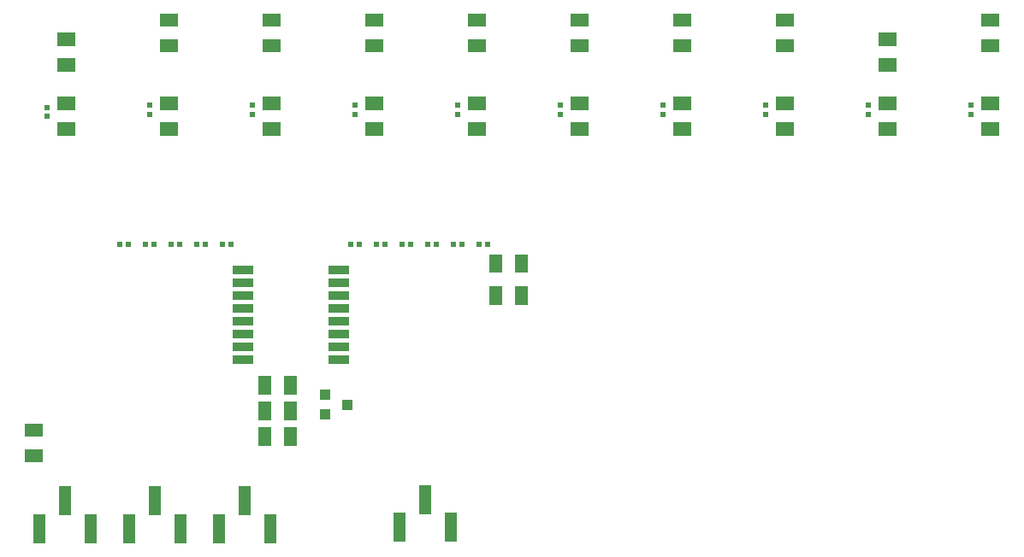
<source format=gbp>
G04 #@! TF.GenerationSoftware,KiCad,Pcbnew,(5.1.6)-1*
G04 #@! TF.CreationDate,2023-01-22T16:10:02+01:00*
G04 #@! TF.ProjectId,switches-with-lcd-display,73776974-6368-4657-932d-776974682d6c,rev?*
G04 #@! TF.SameCoordinates,Original*
G04 #@! TF.FileFunction,Paste,Bot*
G04 #@! TF.FilePolarity,Positive*
%FSLAX46Y46*%
G04 Gerber Fmt 4.6, Leading zero omitted, Abs format (unit mm)*
G04 Created by KiCad (PCBNEW (5.1.6)-1) date 2023-01-22 16:10:02*
%MOMM*%
%LPD*%
G01*
G04 APERTURE LIST*
%ADD10R,2.000000X0.900000*%
%ADD11C,0.100000*%
%ADD12R,1.000000X1.000000*%
%ADD13R,1.250000X3.000000*%
%ADD14R,0.500000X0.500000*%
G04 APERTURE END LIST*
D10*
X58386500Y-113030000D03*
X67851500Y-111760000D03*
X67851500Y-114300000D03*
X67851500Y-109220000D03*
X58386500Y-107950000D03*
X58386500Y-116840000D03*
X58386500Y-115570000D03*
X58386500Y-110490000D03*
X58386500Y-114300000D03*
X58386500Y-109220000D03*
X67851500Y-107950000D03*
X67851500Y-110490000D03*
X67851500Y-113030000D03*
X67851500Y-115570000D03*
X67851500Y-116840000D03*
X58386500Y-111760000D03*
D11*
G36*
X62469000Y-125360000D02*
G01*
X62469000Y-123560000D01*
X63769000Y-123560000D01*
X63769000Y-125360000D01*
X62469000Y-125360000D01*
G37*
G36*
X59929000Y-125360000D02*
G01*
X59929000Y-123560000D01*
X61229000Y-123560000D01*
X61229000Y-125360000D01*
X59929000Y-125360000D01*
G37*
G36*
X36819000Y-125715000D02*
G01*
X38619000Y-125715000D01*
X38619000Y-127015000D01*
X36819000Y-127015000D01*
X36819000Y-125715000D01*
G37*
G36*
X36819000Y-123175000D02*
G01*
X38619000Y-123175000D01*
X38619000Y-124475000D01*
X36819000Y-124475000D01*
X36819000Y-123175000D01*
G37*
G36*
X133234000Y-83835000D02*
G01*
X131434000Y-83835000D01*
X131434000Y-82535000D01*
X133234000Y-82535000D01*
X133234000Y-83835000D01*
G37*
G36*
X133234000Y-86375000D02*
G01*
X131434000Y-86375000D01*
X131434000Y-85075000D01*
X133234000Y-85075000D01*
X133234000Y-86375000D01*
G37*
G36*
X112914000Y-83835000D02*
G01*
X111114000Y-83835000D01*
X111114000Y-82535000D01*
X112914000Y-82535000D01*
X112914000Y-83835000D01*
G37*
G36*
X112914000Y-86375000D02*
G01*
X111114000Y-86375000D01*
X111114000Y-85075000D01*
X112914000Y-85075000D01*
X112914000Y-86375000D01*
G37*
G36*
X102754000Y-83835000D02*
G01*
X100954000Y-83835000D01*
X100954000Y-82535000D01*
X102754000Y-82535000D01*
X102754000Y-83835000D01*
G37*
G36*
X102754000Y-86375000D02*
G01*
X100954000Y-86375000D01*
X100954000Y-85075000D01*
X102754000Y-85075000D01*
X102754000Y-86375000D01*
G37*
G36*
X123074000Y-85740000D02*
G01*
X121274000Y-85740000D01*
X121274000Y-84440000D01*
X123074000Y-84440000D01*
X123074000Y-85740000D01*
G37*
G36*
X123074000Y-88280000D02*
G01*
X121274000Y-88280000D01*
X121274000Y-86980000D01*
X123074000Y-86980000D01*
X123074000Y-88280000D01*
G37*
G36*
X62114000Y-83835000D02*
G01*
X60314000Y-83835000D01*
X60314000Y-82535000D01*
X62114000Y-82535000D01*
X62114000Y-83835000D01*
G37*
G36*
X62114000Y-86375000D02*
G01*
X60314000Y-86375000D01*
X60314000Y-85075000D01*
X62114000Y-85075000D01*
X62114000Y-86375000D01*
G37*
G36*
X82434000Y-83835000D02*
G01*
X80634000Y-83835000D01*
X80634000Y-82535000D01*
X82434000Y-82535000D01*
X82434000Y-83835000D01*
G37*
G36*
X82434000Y-86375000D02*
G01*
X80634000Y-86375000D01*
X80634000Y-85075000D01*
X82434000Y-85075000D01*
X82434000Y-86375000D01*
G37*
G36*
X92594000Y-83835000D02*
G01*
X90794000Y-83835000D01*
X90794000Y-82535000D01*
X92594000Y-82535000D01*
X92594000Y-83835000D01*
G37*
G36*
X92594000Y-86375000D02*
G01*
X90794000Y-86375000D01*
X90794000Y-85075000D01*
X92594000Y-85075000D01*
X92594000Y-86375000D01*
G37*
G36*
X72274000Y-83835000D02*
G01*
X70474000Y-83835000D01*
X70474000Y-82535000D01*
X72274000Y-82535000D01*
X72274000Y-83835000D01*
G37*
G36*
X72274000Y-86375000D02*
G01*
X70474000Y-86375000D01*
X70474000Y-85075000D01*
X72274000Y-85075000D01*
X72274000Y-86375000D01*
G37*
G36*
X41794000Y-85740000D02*
G01*
X39994000Y-85740000D01*
X39994000Y-84440000D01*
X41794000Y-84440000D01*
X41794000Y-85740000D01*
G37*
G36*
X41794000Y-88280000D02*
G01*
X39994000Y-88280000D01*
X39994000Y-86980000D01*
X41794000Y-86980000D01*
X41794000Y-88280000D01*
G37*
G36*
X51954000Y-83835000D02*
G01*
X50154000Y-83835000D01*
X50154000Y-82535000D01*
X51954000Y-82535000D01*
X51954000Y-83835000D01*
G37*
G36*
X51954000Y-86375000D02*
G01*
X50154000Y-86375000D01*
X50154000Y-85075000D01*
X51954000Y-85075000D01*
X51954000Y-86375000D01*
G37*
D12*
X68764000Y-121285000D03*
X66564000Y-120335000D03*
X66564000Y-122235000D03*
D13*
X78994000Y-133455000D03*
X73914000Y-133455000D03*
X76454000Y-130705000D03*
X43307000Y-133582000D03*
X38227000Y-133582000D03*
X40767000Y-130832000D03*
X52197000Y-133582000D03*
X47117000Y-133582000D03*
X49657000Y-130832000D03*
X61087000Y-133582000D03*
X56007000Y-133582000D03*
X58547000Y-130832000D03*
D14*
X81737200Y-105410000D03*
X82600800Y-105410000D03*
X46177200Y-105410000D03*
X47040800Y-105410000D03*
X79197200Y-105410000D03*
X80060800Y-105410000D03*
X76657200Y-105410000D03*
X77520800Y-105410000D03*
X56337200Y-105410000D03*
X57200800Y-105410000D03*
X74117200Y-105410000D03*
X74980800Y-105410000D03*
X53797200Y-105410000D03*
X54660800Y-105410000D03*
X71577200Y-105410000D03*
X72440800Y-105410000D03*
X51257200Y-105410000D03*
X52120800Y-105410000D03*
X69037200Y-105410000D03*
X69900800Y-105410000D03*
X48717200Y-105410000D03*
X49580800Y-105410000D03*
X130429000Y-91643200D03*
X130429000Y-92506800D03*
X110109000Y-91643200D03*
X110109000Y-92506800D03*
X99949000Y-91643200D03*
X99949000Y-92506800D03*
X120269000Y-91643200D03*
X120269000Y-92506800D03*
X59309000Y-91643200D03*
X59309000Y-92506800D03*
X79629000Y-91643200D03*
X79629000Y-92506800D03*
X89789000Y-91643200D03*
X89789000Y-92506800D03*
X69469000Y-91643200D03*
X69469000Y-92506800D03*
X38989000Y-91846400D03*
X38989000Y-92710000D03*
X49149000Y-91643200D03*
X49149000Y-92506800D03*
D11*
G36*
X84089000Y-109590000D02*
G01*
X84089000Y-111390000D01*
X82789000Y-111390000D01*
X82789000Y-109590000D01*
X84089000Y-109590000D01*
G37*
G36*
X86629000Y-109590000D02*
G01*
X86629000Y-111390000D01*
X85329000Y-111390000D01*
X85329000Y-109590000D01*
X86629000Y-109590000D01*
G37*
G36*
X84089000Y-106415000D02*
G01*
X84089000Y-108215000D01*
X82789000Y-108215000D01*
X82789000Y-106415000D01*
X84089000Y-106415000D01*
G37*
G36*
X86629000Y-106415000D02*
G01*
X86629000Y-108215000D01*
X85329000Y-108215000D01*
X85329000Y-106415000D01*
X86629000Y-106415000D01*
G37*
G36*
X62469000Y-122820000D02*
G01*
X62469000Y-121020000D01*
X63769000Y-121020000D01*
X63769000Y-122820000D01*
X62469000Y-122820000D01*
G37*
G36*
X59929000Y-122820000D02*
G01*
X59929000Y-121020000D01*
X61229000Y-121020000D01*
X61229000Y-122820000D01*
X59929000Y-122820000D01*
G37*
G36*
X62469000Y-120280000D02*
G01*
X62469000Y-118480000D01*
X63769000Y-118480000D01*
X63769000Y-120280000D01*
X62469000Y-120280000D01*
G37*
G36*
X59929000Y-120280000D02*
G01*
X59929000Y-118480000D01*
X61229000Y-118480000D01*
X61229000Y-120280000D01*
X59929000Y-120280000D01*
G37*
G36*
X131434000Y-93330000D02*
G01*
X133234000Y-93330000D01*
X133234000Y-94630000D01*
X131434000Y-94630000D01*
X131434000Y-93330000D01*
G37*
G36*
X131434000Y-90790000D02*
G01*
X133234000Y-90790000D01*
X133234000Y-92090000D01*
X131434000Y-92090000D01*
X131434000Y-90790000D01*
G37*
G36*
X111114000Y-93330000D02*
G01*
X112914000Y-93330000D01*
X112914000Y-94630000D01*
X111114000Y-94630000D01*
X111114000Y-93330000D01*
G37*
G36*
X111114000Y-90790000D02*
G01*
X112914000Y-90790000D01*
X112914000Y-92090000D01*
X111114000Y-92090000D01*
X111114000Y-90790000D01*
G37*
G36*
X100954000Y-93330000D02*
G01*
X102754000Y-93330000D01*
X102754000Y-94630000D01*
X100954000Y-94630000D01*
X100954000Y-93330000D01*
G37*
G36*
X100954000Y-90790000D02*
G01*
X102754000Y-90790000D01*
X102754000Y-92090000D01*
X100954000Y-92090000D01*
X100954000Y-90790000D01*
G37*
G36*
X121274000Y-93330000D02*
G01*
X123074000Y-93330000D01*
X123074000Y-94630000D01*
X121274000Y-94630000D01*
X121274000Y-93330000D01*
G37*
G36*
X121274000Y-90790000D02*
G01*
X123074000Y-90790000D01*
X123074000Y-92090000D01*
X121274000Y-92090000D01*
X121274000Y-90790000D01*
G37*
G36*
X60314000Y-93330000D02*
G01*
X62114000Y-93330000D01*
X62114000Y-94630000D01*
X60314000Y-94630000D01*
X60314000Y-93330000D01*
G37*
G36*
X60314000Y-90790000D02*
G01*
X62114000Y-90790000D01*
X62114000Y-92090000D01*
X60314000Y-92090000D01*
X60314000Y-90790000D01*
G37*
G36*
X80634000Y-93330000D02*
G01*
X82434000Y-93330000D01*
X82434000Y-94630000D01*
X80634000Y-94630000D01*
X80634000Y-93330000D01*
G37*
G36*
X80634000Y-90790000D02*
G01*
X82434000Y-90790000D01*
X82434000Y-92090000D01*
X80634000Y-92090000D01*
X80634000Y-90790000D01*
G37*
G36*
X90794000Y-93330000D02*
G01*
X92594000Y-93330000D01*
X92594000Y-94630000D01*
X90794000Y-94630000D01*
X90794000Y-93330000D01*
G37*
G36*
X90794000Y-90790000D02*
G01*
X92594000Y-90790000D01*
X92594000Y-92090000D01*
X90794000Y-92090000D01*
X90794000Y-90790000D01*
G37*
G36*
X70474000Y-93330000D02*
G01*
X72274000Y-93330000D01*
X72274000Y-94630000D01*
X70474000Y-94630000D01*
X70474000Y-93330000D01*
G37*
G36*
X70474000Y-90790000D02*
G01*
X72274000Y-90790000D01*
X72274000Y-92090000D01*
X70474000Y-92090000D01*
X70474000Y-90790000D01*
G37*
G36*
X39994000Y-93330000D02*
G01*
X41794000Y-93330000D01*
X41794000Y-94630000D01*
X39994000Y-94630000D01*
X39994000Y-93330000D01*
G37*
G36*
X39994000Y-90790000D02*
G01*
X41794000Y-90790000D01*
X41794000Y-92090000D01*
X39994000Y-92090000D01*
X39994000Y-90790000D01*
G37*
G36*
X50154000Y-93330000D02*
G01*
X51954000Y-93330000D01*
X51954000Y-94630000D01*
X50154000Y-94630000D01*
X50154000Y-93330000D01*
G37*
G36*
X50154000Y-90790000D02*
G01*
X51954000Y-90790000D01*
X51954000Y-92090000D01*
X50154000Y-92090000D01*
X50154000Y-90790000D01*
G37*
M02*

</source>
